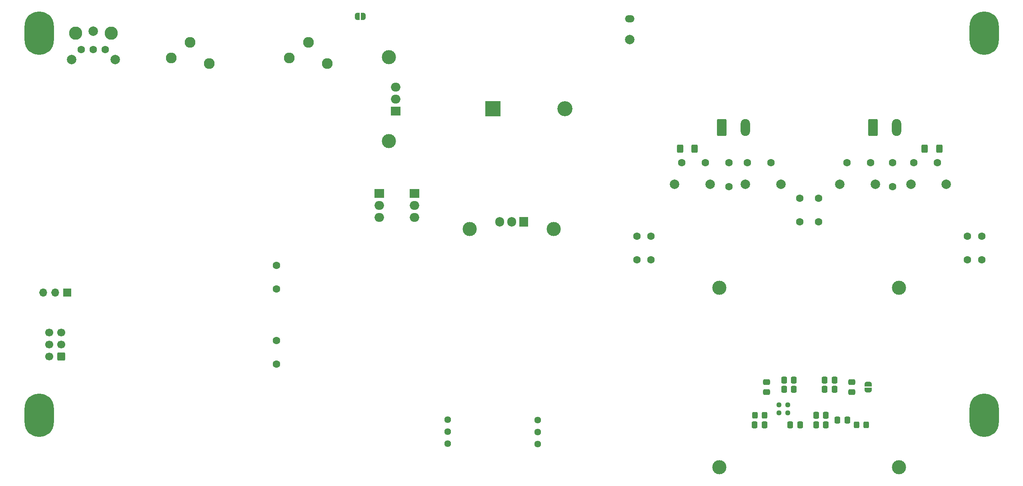
<source format=gbr>
%TF.GenerationSoftware,KiCad,Pcbnew,7.0.5-0*%
%TF.CreationDate,2024-02-04T17:51:19+01:00*%
%TF.ProjectId,AmplifierBoard,416d706c-6966-4696-9572-426f6172642e,rev?*%
%TF.SameCoordinates,Original*%
%TF.FileFunction,Soldermask,Bot*%
%TF.FilePolarity,Negative*%
%FSLAX46Y46*%
G04 Gerber Fmt 4.6, Leading zero omitted, Abs format (unit mm)*
G04 Created by KiCad (PCBNEW 7.0.5-0) date 2024-02-04 17:51:19*
%MOMM*%
%LPD*%
G01*
G04 APERTURE LIST*
G04 Aperture macros list*
%AMRoundRect*
0 Rectangle with rounded corners*
0 $1 Rounding radius*
0 $2 $3 $4 $5 $6 $7 $8 $9 X,Y pos of 4 corners*
0 Add a 4 corners polygon primitive as box body*
4,1,4,$2,$3,$4,$5,$6,$7,$8,$9,$2,$3,0*
0 Add four circle primitives for the rounded corners*
1,1,$1+$1,$2,$3*
1,1,$1+$1,$4,$5*
1,1,$1+$1,$6,$7*
1,1,$1+$1,$8,$9*
0 Add four rect primitives between the rounded corners*
20,1,$1+$1,$2,$3,$4,$5,0*
20,1,$1+$1,$4,$5,$6,$7,0*
20,1,$1+$1,$6,$7,$8,$9,0*
20,1,$1+$1,$8,$9,$2,$3,0*%
%AMFreePoly0*
4,1,19,0.500000,-0.750000,0.000000,-0.750000,0.000000,-0.744911,-0.071157,-0.744911,-0.207708,-0.704816,-0.327430,-0.627875,-0.420627,-0.520320,-0.479746,-0.390866,-0.500000,-0.250000,-0.500000,0.250000,-0.479746,0.390866,-0.420627,0.520320,-0.327430,0.627875,-0.207708,0.704816,-0.071157,0.744911,0.000000,0.744911,0.000000,0.750000,0.500000,0.750000,0.500000,-0.750000,0.500000,-0.750000,
$1*%
%AMFreePoly1*
4,1,19,0.000000,0.744911,0.071157,0.744911,0.207708,0.704816,0.327430,0.627875,0.420627,0.520320,0.479746,0.390866,0.500000,0.250000,0.500000,-0.250000,0.479746,-0.390866,0.420627,-0.520320,0.327430,-0.627875,0.207708,-0.704816,0.071157,-0.744911,0.000000,-0.744911,0.000000,-0.750000,-0.500000,-0.750000,-0.500000,0.750000,0.000000,0.750000,0.000000,0.744911,0.000000,0.744911,
$1*%
G04 Aperture macros list end*
%ADD10C,2.000000*%
%ADD11C,2.286000*%
%ADD12C,1.600000*%
%ADD13O,6.200000X9.200000*%
%ADD14C,3.000000*%
%ADD15O,2.000000X1.500000*%
%ADD16R,3.200000X3.200000*%
%ADD17O,3.200000X3.200000*%
%ADD18C,2.800000*%
%ADD19R,2.000000X1.905000*%
%ADD20O,2.000000X1.905000*%
%ADD21C,1.440000*%
%ADD22RoundRect,0.250000X-0.750000X-1.550000X0.750000X-1.550000X0.750000X1.550000X-0.750000X1.550000X0*%
%ADD23O,2.000000X3.600000*%
%ADD24R,1.905000X2.000000*%
%ADD25O,1.905000X2.000000*%
%ADD26R,1.700000X1.700000*%
%ADD27O,1.700000X1.700000*%
%ADD28RoundRect,0.250000X0.600000X0.600000X-0.600000X0.600000X-0.600000X-0.600000X0.600000X-0.600000X0*%
%ADD29C,1.700000*%
%ADD30RoundRect,0.250000X0.475000X-0.337500X0.475000X0.337500X-0.475000X0.337500X-0.475000X-0.337500X0*%
%ADD31FreePoly0,270.000000*%
%ADD32FreePoly1,270.000000*%
%ADD33RoundRect,0.250000X-0.337500X-0.475000X0.337500X-0.475000X0.337500X0.475000X-0.337500X0.475000X0*%
%ADD34FreePoly0,180.000000*%
%ADD35FreePoly1,180.000000*%
%ADD36RoundRect,0.237500X-0.250000X-0.237500X0.250000X-0.237500X0.250000X0.237500X-0.250000X0.237500X0*%
%ADD37RoundRect,0.250000X-0.325000X-0.450000X0.325000X-0.450000X0.325000X0.450000X-0.325000X0.450000X0*%
%ADD38RoundRect,0.250000X0.400000X0.625000X-0.400000X0.625000X-0.400000X-0.625000X0.400000X-0.625000X0*%
%ADD39RoundRect,0.250000X0.337500X0.475000X-0.337500X0.475000X-0.337500X-0.475000X0.337500X-0.475000X0*%
%ADD40RoundRect,0.250000X-0.400000X-0.625000X0.400000X-0.625000X0.400000X0.625000X-0.400000X0.625000X0*%
%ADD41RoundRect,0.250000X0.325000X0.450000X-0.325000X0.450000X-0.325000X-0.450000X0.325000X-0.450000X0*%
G04 APERTURE END LIST*
D10*
%TO.C,C26*%
X242000000Y-88000000D03*
X234500000Y-88000000D03*
%TD*%
D11*
%TO.C,J3*%
X107000000Y-58000000D03*
X103000000Y-61250000D03*
X111000000Y-62500000D03*
%TD*%
D10*
%TO.C,C25*%
X227000000Y-88000000D03*
X219500000Y-88000000D03*
%TD*%
D12*
%TO.C,C29*%
X215000000Y-96000000D03*
X215000000Y-91000000D03*
%TD*%
D13*
%TO.C,H2*%
X250000000Y-56000000D03*
%TD*%
D14*
%TO.C,HS5*%
X124000000Y-61110000D03*
X124000000Y-78890000D03*
%TD*%
D12*
%TO.C,C27*%
X226000000Y-83500000D03*
X221000000Y-83500000D03*
%TD*%
D15*
%TO.C,J1*%
X175000000Y-53000000D03*
D10*
X175000000Y-57400000D03*
%TD*%
D16*
%TO.C,D1*%
X146050000Y-72000000D03*
D17*
X161290000Y-72000000D03*
%TD*%
D12*
%TO.C,C20*%
X204900000Y-83500000D03*
X199900000Y-83500000D03*
%TD*%
D13*
%TO.C,H1*%
X50000000Y-56000000D03*
%TD*%
D12*
%TO.C,C24*%
X249500000Y-99000000D03*
X249500000Y-104000000D03*
%TD*%
D10*
%TO.C,J2*%
X56900000Y-61600000D03*
D18*
X57750000Y-56000000D03*
D10*
X61500000Y-55600000D03*
D18*
X65250000Y-56000000D03*
D10*
X66100000Y-61600000D03*
D12*
X58960000Y-59500000D03*
X61500000Y-59500000D03*
X64040000Y-59500000D03*
%TD*%
D14*
%TO.C,HS1*%
X194000000Y-110000000D03*
X194000000Y-148000000D03*
X232000000Y-110000000D03*
X232000000Y-148000000D03*
%TD*%
D11*
%TO.C,J4*%
X82000000Y-58000000D03*
X78000000Y-61250000D03*
X86000000Y-62500000D03*
%TD*%
D12*
%TO.C,C19*%
X191000000Y-83500000D03*
X186000000Y-83500000D03*
%TD*%
D19*
%TO.C,U14*%
X125500000Y-72540000D03*
D20*
X125500000Y-70000000D03*
X125500000Y-67460000D03*
%TD*%
D21*
%TO.C,RV2*%
X136500000Y-143000000D03*
X136500000Y-140460000D03*
X136500000Y-137920000D03*
%TD*%
D12*
%TO.C,C22*%
X196000000Y-88500000D03*
X196000000Y-83500000D03*
%TD*%
D13*
%TO.C,H4*%
X250000000Y-137000000D03*
%TD*%
D22*
%TO.C,J5*%
X194500000Y-76000000D03*
D23*
X199500000Y-76000000D03*
%TD*%
D21*
%TO.C,RV1*%
X155500000Y-143040000D03*
X155500000Y-140500000D03*
X155500000Y-137960000D03*
%TD*%
D12*
%TO.C,C15*%
X176500000Y-99000000D03*
X176500000Y-104000000D03*
%TD*%
%TO.C,C21*%
X211000000Y-91000000D03*
X211000000Y-96000000D03*
%TD*%
D19*
%TO.C,U3*%
X129500000Y-90000000D03*
D20*
X129500000Y-92540000D03*
X129500000Y-95080000D03*
%TD*%
D24*
%TO.C,U2*%
X152540000Y-96000000D03*
D25*
X150000000Y-96000000D03*
X147460000Y-96000000D03*
%TD*%
D12*
%TO.C,C45*%
X100225000Y-121100000D03*
X100225000Y-126100000D03*
%TD*%
D10*
%TO.C,C17*%
X192000000Y-88000000D03*
X184500000Y-88000000D03*
%TD*%
D26*
%TO.C,J9*%
X56000000Y-111000000D03*
D27*
X53460000Y-111000000D03*
X50920000Y-111000000D03*
%TD*%
D10*
%TO.C,C18*%
X207000000Y-88000000D03*
X199500000Y-88000000D03*
%TD*%
D12*
%TO.C,C16*%
X179500000Y-99000000D03*
X179500000Y-104000000D03*
%TD*%
D14*
%TO.C,HS2*%
X141110000Y-97500000D03*
X158890000Y-97500000D03*
%TD*%
D12*
%TO.C,C23*%
X246500000Y-99000000D03*
X246500000Y-104000000D03*
%TD*%
%TO.C,C28*%
X240100000Y-83500000D03*
X235100000Y-83500000D03*
%TD*%
%TO.C,C41*%
X100225000Y-105200000D03*
X100225000Y-110200000D03*
%TD*%
D22*
%TO.C,J6*%
X226500000Y-76000000D03*
D23*
X231500000Y-76000000D03*
%TD*%
D28*
%TO.C,J8*%
X54727500Y-124545000D03*
D29*
X52187500Y-124545000D03*
X54727500Y-122005000D03*
X52187500Y-122005000D03*
X54727500Y-119465000D03*
X52187500Y-119465000D03*
%TD*%
D19*
%TO.C,U9*%
X122000000Y-89960000D03*
D20*
X122000000Y-92500000D03*
X122000000Y-95040000D03*
%TD*%
D12*
%TO.C,C30*%
X230600000Y-83500000D03*
X230600000Y-88500000D03*
%TD*%
D13*
%TO.C,H3*%
X50000000Y-137000000D03*
%TD*%
D30*
%TO.C,C12*%
X204000000Y-132037500D03*
X204000000Y-129962500D03*
%TD*%
D31*
%TO.C,JP6*%
X225500000Y-130350000D03*
D32*
X225500000Y-131650000D03*
%TD*%
D33*
%TO.C,C8*%
X214462500Y-139000000D03*
X216537500Y-139000000D03*
%TD*%
D34*
%TO.C,JP1*%
X118650000Y-52500000D03*
D35*
X117350000Y-52500000D03*
%TD*%
D36*
%TO.C,R7*%
X206587500Y-134750000D03*
X208412500Y-134750000D03*
%TD*%
D37*
%TO.C,L17*%
X201475000Y-137000000D03*
X203525000Y-137000000D03*
%TD*%
D36*
%TO.C,R8*%
X206587500Y-136500000D03*
X208412500Y-136500000D03*
%TD*%
D30*
%TO.C,C13*%
X222000000Y-132037500D03*
X222000000Y-129962500D03*
%TD*%
D33*
%TO.C,C5*%
X216262500Y-129500000D03*
X218337500Y-129500000D03*
%TD*%
D38*
%TO.C,R6*%
X240550000Y-80500000D03*
X237450000Y-80500000D03*
%TD*%
D33*
%TO.C,C14*%
X201462500Y-139000000D03*
X203537500Y-139000000D03*
%TD*%
D39*
%TO.C,C2*%
X209737500Y-129500000D03*
X207662500Y-129500000D03*
%TD*%
D40*
%TO.C,R3*%
X185650000Y-80500000D03*
X188750000Y-80500000D03*
%TD*%
D39*
%TO.C,C1*%
X209737500Y-131500000D03*
X207662500Y-131500000D03*
%TD*%
D33*
%TO.C,C9*%
X214462500Y-137000000D03*
X216537500Y-137000000D03*
%TD*%
%TO.C,C4*%
X216262500Y-131500000D03*
X218337500Y-131500000D03*
%TD*%
D39*
%TO.C,C7*%
X211037500Y-139000000D03*
X208962500Y-139000000D03*
%TD*%
D41*
%TO.C,L19*%
X225025000Y-139000000D03*
X222975000Y-139000000D03*
%TD*%
D33*
%TO.C,C10*%
X218962500Y-138000000D03*
X221037500Y-138000000D03*
%TD*%
M02*

</source>
